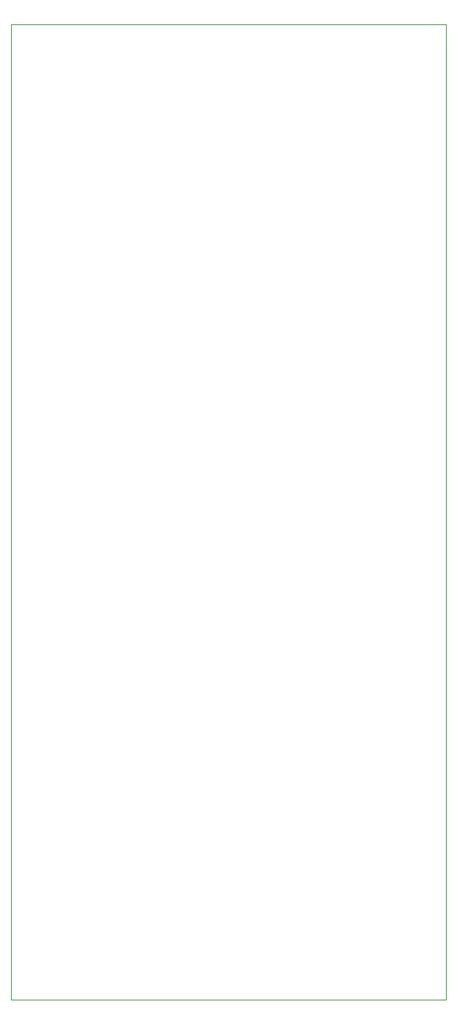
<source format=gbr>
G04 #@! TF.GenerationSoftware,KiCad,Pcbnew,(5.1.2-1)-1*
G04 #@! TF.CreationDate,2022-01-02T20:14:42-05:00*
G04 #@! TF.ProjectId,EchoFXXX_MFOS,4563686f-4658-4585-985f-4d464f532e6b,rev?*
G04 #@! TF.SameCoordinates,Original*
G04 #@! TF.FileFunction,Profile,NP*
%FSLAX46Y46*%
G04 Gerber Fmt 4.6, Leading zero omitted, Abs format (unit mm)*
G04 Created by KiCad (PCBNEW (5.1.2-1)-1) date 2022-01-02 20:14:42*
%MOMM*%
%LPD*%
G04 APERTURE LIST*
%ADD10C,0.050000*%
G04 APERTURE END LIST*
D10*
X62000000Y-12000000D02*
X12000000Y-12000000D01*
X62000000Y-124000000D02*
X62000000Y-12000000D01*
X12000000Y-124000000D02*
X62000000Y-124000000D01*
X12000000Y-12000000D02*
X12000000Y-124000000D01*
M02*

</source>
